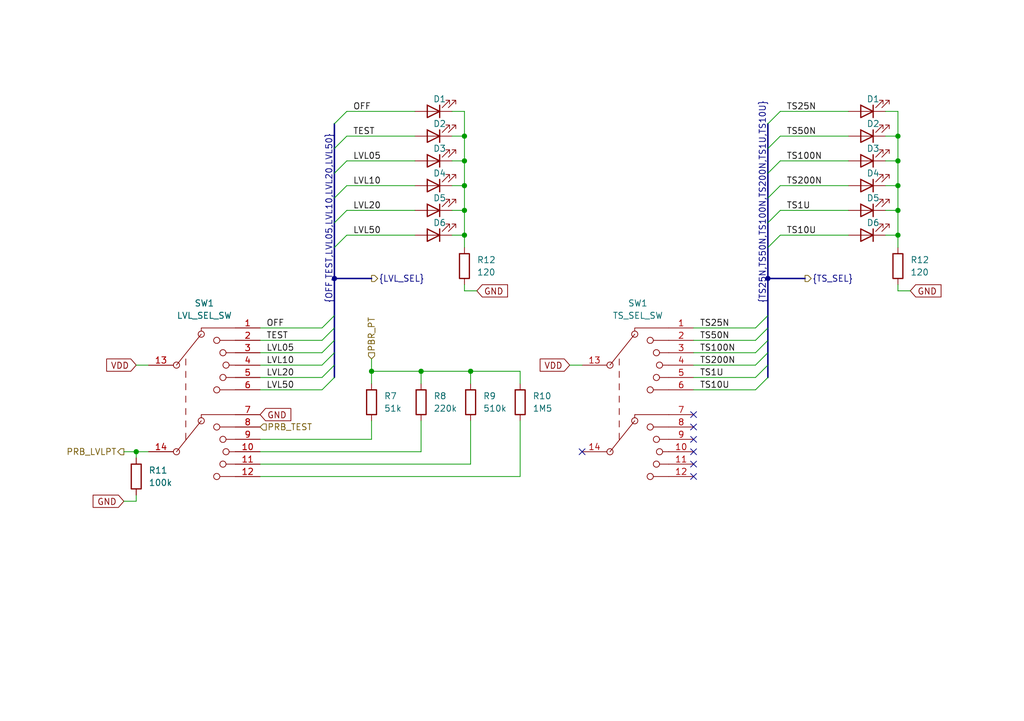
<source format=kicad_sch>
(kicad_sch (version 20230121) (generator eeschema)
  (paper "A5")
  (title_block (date "2024-02-23"))
  (lib_symbols
    (symbol "Device:LED" (pin_numbers hide) (pin_names (offset 1.016) hide)
      (property "Reference" "D" (at 0 2.54 0))
      (property "Value" "LED" (at 0 -2.54 0))
      (symbol "LED_0_1"
        (polyline (pts (xy -1.27 -1.27) (xy -1.27 1.27)) (stroke (width 0.254)))
        (polyline (pts (xy -1.27 0) (xy 1.27 0)))
        (polyline (pts (xy 1.27 -1.27) (xy 1.27 1.27) (xy -1.27 0) (xy 1.27 -1.27)) (stroke (width 0.254)))
        (polyline (pts (xy -3.048 -0.762) (xy -4.572 -2.286) (xy -3.81 -2.286) (xy -4.572 -2.286) (xy -4.572 -1.524)))
        (polyline (pts (xy -1.778 -0.762) (xy -3.302 -2.286) (xy -2.54 -2.286) (xy -3.302 -2.286) (xy -3.302 -1.524)))
      )
      (symbol "LED_1_1"
        (pin passive line (at -3.81 0 0) (length 2.54) (name "K") (number "1"))
        (pin passive line (at 3.81 0 180) (length 2.54) (name "A") (number "2"))
      )
    )
    (symbol "Device:R" (pin_numbers hide) (pin_names (offset 0))
      (property "Reference" "R" (at 2.032 0 90))
      (property "Value" "R" (at 0 0 90))
      (symbol "R_0_1"
        (rectangle (start -1.016 -2.54) (end 1.016 2.54) (stroke (width 0.254)))
      )
      (symbol "R_1_1"
        (pin passive line (at 0 3.81 270) (length 1.27) (name "~") (number "1"))
        (pin passive line (at 0 -3.81 90) (length 1.27) (name "~") (number "2"))
      )
    )
    (symbol "Switch:SW_Rotary2x6" (pin_names (offset 1.016) hide)
      (property "Reference" "SW" (at 0 17.78 0))
      (property "Value" "SW_Rotary2x6" (at 0 -17.78 0))
      (symbol "SW_Rotary2x6_0_0"
        (circle (center -4.445 -10.16) (radius 0.635))
        (circle (center -4.445 7.62) (radius 0.635))
        (polyline (pts (xy -4.445 -10.16) (xy 0.635 -3.81)))
        (polyline (pts (xy -4.445 7.62) (xy 0.635 13.97)))
        (polyline (pts (xy -2.54 -7.62) (xy -2.54 -6.35)))
        (polyline (pts (xy -2.54 -5.08) (xy -2.54 -3.81)))
        (polyline (pts (xy -2.54 -2.54) (xy -2.54 -1.27)))
        (polyline (pts (xy -2.54 0) (xy -2.54 1.27)))
        (polyline (pts (xy -2.54 2.54) (xy -2.54 3.81)))
        (polyline (pts (xy -2.54 5.08) (xy -2.54 6.35)))
        (polyline (pts (xy -2.54 7.62) (xy -2.54 8.89)))
        (polyline (pts (xy 4.445 -5.08) (xy 7.62 -5.08)))
        (polyline (pts (xy 4.445 12.7) (xy 7.62 12.7)))
        (polyline (pts (xy 5.715 -12.7) (xy 7.62 -12.7)))
        (polyline (pts (xy 5.715 -7.62) (xy 7.62 -7.62)))
        (polyline (pts (xy 5.715 5.08) (xy 7.62 5.08)))
        (polyline (pts (xy 5.715 10.16) (xy 7.62 10.16)))
        (polyline (pts (xy 6.35 -10.16) (xy 7.62 -10.16)))
        (polyline (pts (xy 6.35 7.62) (xy 7.62 7.62)))
        (polyline (pts (xy 7.62 -15.24) (xy 4.445 -15.24)))
        (polyline (pts (xy 7.62 2.54) (xy 4.445 2.54)))
        (polyline (pts (xy 0.635 -3.175) (xy 0.635 -2.54) (xy 7.62 -2.54)))
        (polyline (pts (xy 0.635 14.605) (xy 0.635 15.24) (xy 7.62 15.24)))
        (circle (center 0.635 -3.81) (radius 0.635))
        (circle (center 0.635 13.97) (radius 0.635))
        (circle (center 3.81 -15.24) (radius 0.635))
        (circle (center 3.81 -5.08) (radius 0.635))
        (circle (center 3.81 2.54) (radius 0.635))
        (circle (center 3.81 12.7) (radius 0.635))
        (circle (center 5.08 -12.7) (radius 0.635))
        (circle (center 5.08 -7.62) (radius 0.635))
        (circle (center 5.08 5.08) (radius 0.635))
        (circle (center 5.08 10.16) (radius 0.635))
        (circle (center 5.715 -10.16) (radius 0.635))
        (circle (center 5.715 7.62) (radius 0.635))
      )
      (symbol "SW_Rotary2x6_0_1"
        (pin passive line (at 12.7 15.24 180) (length 5.08) (name "1") (number "1"))
        (pin passive line (at 12.7 -10.16 180) (length 5.08) (name "10") (number "10"))
        (pin passive line (at 12.7 -12.7 180) (length 5.08) (name "11") (number "11"))
        (pin passive line (at 12.7 -15.24 180) (length 5.08) (name "12") (number "12"))
        (pin passive line (at -10.16 7.62 0) (length 5.08) (name "13") (number "13"))
        (pin passive line (at -10.16 -10.16 0) (length 5.08) (name "14") (number "14"))
        (pin passive line (at 12.7 12.7 180) (length 5.08) (name "2") (number "2"))
        (pin passive line (at 12.7 10.16 180) (length 5.08) (name "3") (number "3"))
        (pin passive line (at 12.7 7.62 180) (length 5.08) (name "4") (number "4"))
        (pin passive line (at 12.7 5.08 180) (length 5.08) (name "5") (number "5"))
        (pin passive line (at 12.7 2.54 180) (length 5.08) (name "6") (number "6"))
        (pin passive line (at 12.7 -2.54 180) (length 5.08) (name "7") (number "7"))
        (pin passive line (at 12.7 -5.08 180) (length 5.08) (name "8") (number "8"))
        (pin passive line (at 12.7 -7.62 180) (length 5.08) (name "9") (number "9"))
      )
    )
  )
  (bus_alias "LVL_SEL" (members "OFF" "TEST" "LVL05" "LVL10" "LVL20" "LVL50"))
  (bus_alias "TS_SEL" (members "TS25N" "TS50N" "TS100N" "TS200N" "TS1U" "TS10U"))
  (junction (at 86.36 76.2))
  (junction (at 68.58 57.15))
  (junction (at 184.15 33.02))
  (junction (at 96.52 76.2))
  (junction (at 184.15 27.94))
  (junction (at 95.25 43.18))
  (junction (at 95.25 38.1))
  (junction (at 95.25 48.26))
  (junction (at 76.2 76.2))
  (junction (at 95.25 33.02))
  (junction (at 184.15 38.1))
  (junction (at 27.94 92.71))
  (junction (at 157.48 57.15))
  (junction (at 184.15 43.18))
  (junction (at 95.25 27.94))
  (junction (at 184.15 48.26))
  (no_connect (at 142.24 87.63))
  (no_connect (at 142.24 95.25))
  (no_connect (at 142.24 97.79))
  (no_connect (at 119.38 92.71))
  (no_connect (at 142.24 92.71))
  (no_connect (at 142.24 90.17))
  (no_connect (at 142.24 85.09))
  (bus_entry (at 66.04 77.47) (size 2.54 -2.54))
  (bus_entry (at 66.04 69.85) (size 2.54 -2.54))
  (bus_entry (at 157.48 30.48) (size 2.54 -2.54))
  (bus_entry (at 154.94 77.47) (size 2.54 -2.54))
  (bus_entry (at 154.94 74.93) (size 2.54 -2.54))
  (bus_entry (at 154.94 67.31) (size 2.54 -2.54))
  (bus_entry (at 66.04 74.93) (size 2.54 -2.54))
  (bus_entry (at 154.94 69.85) (size 2.54 -2.54))
  (bus_entry (at 66.04 80.01) (size 2.54 -2.54))
  (bus_entry (at 68.58 40.64) (size 2.54 -2.54))
  (bus_entry (at 157.48 25.4) (size 2.54 -2.54))
  (bus_entry (at 66.04 67.31) (size 2.54 -2.54))
  (bus_entry (at 68.58 50.8) (size 2.54 -2.54))
  (bus_entry (at 68.58 30.48) (size 2.54 -2.54))
  (bus_entry (at 157.48 45.72) (size 2.54 -2.54))
  (bus_entry (at 68.58 45.72) (size 2.54 -2.54))
  (bus_entry (at 66.04 72.39) (size 2.54 -2.54))
  (bus_entry (at 154.94 72.39) (size 2.54 -2.54))
  (bus_entry (at 157.48 40.64) (size 2.54 -2.54))
  (bus_entry (at 68.58 25.4) (size 2.54 -2.54))
  (bus_entry (at 157.48 50.8) (size 2.54 -2.54))
  (bus_entry (at 157.48 35.56) (size 2.54 -2.54))
  (bus_entry (at 68.58 35.56) (size 2.54 -2.54))
  (bus_entry (at 154.94 80.01) (size 2.54 -2.54))
  (wire (pts (xy 97.79 59.69) (xy 95.25 59.69)))
  (wire (pts (xy 53.34 72.39) (xy 66.04 72.39)))
  (bus (pts (xy 157.48 50.8) (xy 157.48 57.15)))
  (wire (pts (xy 160.02 27.94) (xy 173.99 27.94)))
  (wire (pts (xy 92.71 48.26) (xy 95.25 48.26)))
  (wire (pts (xy 53.34 74.93) (xy 66.04 74.93)))
  (wire (pts (xy 142.24 80.01) (xy 154.94 80.01)))
  (wire (pts (xy 184.15 38.1) (xy 184.15 33.02)))
  (wire (pts (xy 86.36 92.71) (xy 53.34 92.71)))
  (bus (pts (xy 157.48 45.72) (xy 157.48 50.8)))
  (bus (pts (xy 157.48 72.39) (xy 157.48 69.85)))
  (wire (pts (xy 184.15 43.18) (xy 181.61 43.18)))
  (wire (pts (xy 160.02 48.26) (xy 173.99 48.26)))
  (wire (pts (xy 184.15 48.26) (xy 184.15 43.18)))
  (bus (pts (xy 157.48 57.15) (xy 165.1 57.15)))
  (wire (pts (xy 142.24 69.85) (xy 154.94 69.85)))
  (wire (pts (xy 76.2 90.17) (xy 76.2 86.36)))
  (wire (pts (xy 71.12 27.94) (xy 85.09 27.94)))
  (wire (pts (xy 53.34 95.25) (xy 96.52 95.25)))
  (wire (pts (xy 96.52 76.2) (xy 106.68 76.2)))
  (bus (pts (xy 157.48 30.48) (xy 157.48 35.56)))
  (bus (pts (xy 157.48 69.85) (xy 157.48 67.31)))
  (wire (pts (xy 71.12 38.1) (xy 85.09 38.1)))
  (bus (pts (xy 68.58 67.31) (xy 68.58 64.77)))
  (wire (pts (xy 160.02 43.18) (xy 173.99 43.18)))
  (wire (pts (xy 184.15 33.02) (xy 184.15 27.94)))
  (wire (pts (xy 142.24 74.93) (xy 154.94 74.93)))
  (wire (pts (xy 71.12 33.02) (xy 85.09 33.02)))
  (wire (pts (xy 53.34 80.01) (xy 66.04 80.01)))
  (bus (pts (xy 68.58 30.48) (xy 68.58 35.56)))
  (wire (pts (xy 95.25 38.1) (xy 95.25 33.02)))
  (wire (pts (xy 184.15 22.86) (xy 181.61 22.86)))
  (wire (pts (xy 142.24 67.31) (xy 154.94 67.31)))
  (wire (pts (xy 53.34 77.47) (xy 66.04 77.47)))
  (wire (pts (xy 160.02 33.02) (xy 173.99 33.02)))
  (wire (pts (xy 53.34 69.85) (xy 66.04 69.85)))
  (wire (pts (xy 96.52 95.25) (xy 96.52 86.36)))
  (bus (pts (xy 68.58 57.15) (xy 68.58 64.77)))
  (wire (pts (xy 116.84 74.93) (xy 119.38 74.93)))
  (bus (pts (xy 68.58 35.56) (xy 68.58 40.64)))
  (wire (pts (xy 95.25 43.18) (xy 92.71 43.18)))
  (bus (pts (xy 68.58 25.4) (xy 68.58 30.48)))
  (wire (pts (xy 160.02 38.1) (xy 173.99 38.1)))
  (wire (pts (xy 27.94 74.93) (xy 30.48 74.93)))
  (bus (pts (xy 68.58 72.39) (xy 68.58 69.85)))
  (wire (pts (xy 142.24 77.47) (xy 154.94 77.47)))
  (wire (pts (xy 76.2 73.66) (xy 76.2 76.2)))
  (wire (pts (xy 184.15 27.94) (xy 181.61 27.94)))
  (wire (pts (xy 95.25 27.94) (xy 92.71 27.94)))
  (wire (pts (xy 96.52 76.2) (xy 96.52 78.74)))
  (wire (pts (xy 184.15 38.1) (xy 181.61 38.1)))
  (bus (pts (xy 68.58 74.93) (xy 68.58 72.39)))
  (wire (pts (xy 95.25 43.18) (xy 95.25 38.1)))
  (wire (pts (xy 53.34 90.17) (xy 76.2 90.17)))
  (wire (pts (xy 76.2 76.2) (xy 86.36 76.2)))
  (wire (pts (xy 184.15 43.18) (xy 184.15 38.1)))
  (wire (pts (xy 71.12 22.86) (xy 85.09 22.86)))
  (wire (pts (xy 95.25 33.02) (xy 95.25 27.94)))
  (bus (pts (xy 68.58 50.8) (xy 68.58 57.15)))
  (wire (pts (xy 53.34 67.31) (xy 66.04 67.31)))
  (wire (pts (xy 27.94 92.71) (xy 27.94 93.98)))
  (bus (pts (xy 157.48 67.31) (xy 157.48 64.77)))
  (wire (pts (xy 184.15 33.02) (xy 181.61 33.02)))
  (wire (pts (xy 184.15 59.69) (xy 184.15 58.42)))
  (wire (pts (xy 86.36 76.2) (xy 96.52 76.2)))
  (bus (pts (xy 157.48 35.56) (xy 157.48 40.64)))
  (wire (pts (xy 95.25 38.1) (xy 92.71 38.1)))
  (wire (pts (xy 106.68 97.79) (xy 53.34 97.79)))
  (bus (pts (xy 68.58 69.85) (xy 68.58 67.31)))
  (wire (pts (xy 160.02 22.86) (xy 173.99 22.86)))
  (wire (pts (xy 106.68 76.2) (xy 106.68 78.74)))
  (wire (pts (xy 184.15 50.8) (xy 184.15 48.26)))
  (wire (pts (xy 95.25 33.02) (xy 92.71 33.02)))
  (wire (pts (xy 106.68 86.36) (xy 106.68 97.79)))
  (wire (pts (xy 95.25 59.69) (xy 95.25 58.42)))
  (wire (pts (xy 181.61 48.26) (xy 184.15 48.26)))
  (wire (pts (xy 142.24 72.39) (xy 154.94 72.39)))
  (bus (pts (xy 68.58 45.72) (xy 68.58 50.8)))
  (wire (pts (xy 95.25 50.8) (xy 95.25 48.26)))
  (wire (pts (xy 86.36 86.36) (xy 86.36 92.71)))
  (wire (pts (xy 27.94 92.71) (xy 30.48 92.71)))
  (bus (pts (xy 157.48 25.4) (xy 157.48 30.48)))
  (wire (pts (xy 25.4 102.87) (xy 27.94 102.87)))
  (wire (pts (xy 25.4 92.71) (xy 27.94 92.71)))
  (bus (pts (xy 68.58 40.64) (xy 68.58 45.72)))
  (wire (pts (xy 76.2 76.2) (xy 76.2 78.74)))
  (bus (pts (xy 157.48 40.64) (xy 157.48 45.72)))
  (bus (pts (xy 157.48 74.93) (xy 157.48 72.39)))
  (wire (pts (xy 95.25 22.86) (xy 92.71 22.86)))
  (bus (pts (xy 157.48 57.15) (xy 157.48 64.77)))
  (wire (pts (xy 95.25 48.26) (xy 95.25 43.18)))
  (bus (pts (xy 157.48 77.47) (xy 157.48 74.93)))
  (wire (pts (xy 184.15 27.94) (xy 184.15 22.86)))
  (wire (pts (xy 86.36 76.2) (xy 86.36 78.74)))
  (bus (pts (xy 68.58 57.15) (xy 76.2 57.15)))
  (wire (pts (xy 71.12 48.26) (xy 85.09 48.26)))
  (wire (pts (xy 184.15 59.69) (xy 186.69 59.69)))
  (bus (pts (xy 68.58 77.47) (xy 68.58 74.93)))
  (wire (pts (xy 27.94 102.87) (xy 27.94 101.6)))
  (wire (pts (xy 95.25 27.94) (xy 95.25 22.86)))
  (wire (pts (xy 71.12 43.18) (xy 85.09 43.18)))
  (label "TS1U" (at 143.51 77.47 0))
  (label "{OFF,TEST,LVL05,LVL10,LVL20,LVL50}" (at 68.58 62.23 90))
  (label "OFF" (at 54.61 67.31 0))
  (label "TEST" (at 54.61 69.85 0))
  (label "TS50N" (at 143.51 69.85 0))
  (label "{TS25N,TS50N,TS100N,TS200N,TS1U,TS10U}" (at 157.48 62.23 90))
  (label "TEST" (at 72.39 27.94 0))
  (label "TS1U" (at 161.29 43.18 0))
  (label "LVL10" (at 54.61 74.93 0))
  (label "LVL50" (at 54.61 80.01 0))
  (label "TS200N" (at 161.29 38.1 0))
  (label "LVL20" (at 54.61 77.47 0))
  (label "LVL10" (at 72.39 38.1 0))
  (label "TS10U" (at 143.51 80.01 0))
  (label "TS25N" (at 161.29 22.86 0))
  (label "LVL20" (at 72.39 43.18 0))
  (label "OFF" (at 72.39 22.86 0))
  (label "TS200N" (at 143.51 74.93 0))
  (label "LVL05" (at 72.39 33.02 0))
  (label "TS50N" (at 161.29 27.94 0))
  (label "TS25N" (at 143.51 67.31 0))
  (label "TS10U" (at 161.29 48.26 0))
  (label "TS100N" (at 143.51 72.39 0))
  (label "LVL05" (at 54.61 72.39 0))
  (label "LVL50" (at 72.39 48.26 0))
  (label "TS100N" (at 161.29 33.02 0))
  (global_label "GND" (shape input) (at 97.79 59.69 0) (property "Intersheetrefs" "${INTERSHEET_REFS}" (effects hide)))
  (global_label "GND" (shape input) (at 186.69 59.69 0) (property "Intersheetrefs" "${INTERSHEET_REFS}" (effects hide)))
  (global_label "GND" (shape input) (at 25.4 102.87 180) (property "Intersheetrefs" "${INTERSHEET_REFS}" (effects hide)))
  (global_label "VDD" (shape input) (at 27.94 74.93 180) (property "Intersheetrefs" "${INTERSHEET_REFS}" (effects hide)))
  (global_label "VDD" (shape input) (at 116.84 74.93 180) (property "Intersheetrefs" "${INTERSHEET_REFS}" (effects hide)))
  (global_label "GND" (shape input) (at 53.34 85.09 0) (property "Intersheetrefs" "${INTERSHEET_REFS}" (effects hide)))
  (hierarchical_label "PRB_TEST" (shape input) (at 53.34 87.63 0))
  (hierarchical_label "{TS_SEL}" (shape output) (at 165.1 57.15 0))
  (hierarchical_label "{LVL_SEL}" (shape output) (at 76.2 57.15 0))
  (hierarchical_label "PBR_PT" (shape input) (at 76.2 73.66 90))
  (hierarchical_label "PRB_LVLPT" (shape output) (at 25.4 92.71 180))
  (symbol (lib_id "Device:R") (at 95.25 54.61 0) (unit 1)
    (property "Reference" "R12" (at 97.79 53.34 0) (effects (justify left)))
    (property "Value" "120" (at 97.79 55.88 0) (effects (justify left)))
    (instances (project "xillinx_vga" (path "" (reference "R12") (unit 1)) (path "" (reference "R13") (unit 1))))
  )
  (symbol (lib_id "Device:LED") (at 88.9 38.1 180) (unit 1)
    (property "Reference" "D4" (at 90.17 35.56 0))
    (property "Value" "LED" (effects hide))
  )
  (symbol (lib_id "Switch:SW_Rotary2x6") (at 40.64 82.55 0) (unit 1)
    (property "Reference" "SW1" (at 41.91 62.23 0))
    (property "Value" "LVL_SEL_SW" (at 41.91 64.77 0))
    (property "Datasheet" "http://cdn-reichelt.de/documents/datenblatt/C200/DS-Serie%23LOR.pdf" (effects hide))
  )
  (symbol (lib_id "Device:LED") (at 88.9 22.86 180) (unit 1)
    (property "Reference" "D1" (at 90.17 20.32 0))
    (property "Value" "LED" (effects hide))
  )
  (symbol (lib_id "Device:LED") (at 177.8 27.94 180) (unit 1)
    (property "Reference" "D2" (at 179.07 25.4 0))
    (property "Value" "LED" (effects hide))
    (instances (project "xillinx_vga" (path "" (reference "D2") (unit 1)) (path "" (reference "D8") (unit 1))))
  )
  (symbol (lib_id "Device:LED") (at 88.9 43.18 180) (unit 1)
    (property "Reference" "D5" (at 90.17 40.64 0))
    (property "Value" "LED" (effects hide))
  )
  (symbol (lib_id "Device:R") (at 76.2 82.55 0) (unit 1)
    (property "Reference" "R7" (at 78.74 81.28 0) (effects (justify left)))
    (property "Value" "51k" (at 78.74 83.82 0) (effects (justify left)))
    (instances (project "xillinx_vga" (path "" (reference "R7") (unit 1)) (path "" (reference "R9") (unit 1))))
  )
  (symbol (lib_id "Device:LED") (at 88.9 33.02 180) (unit 1)
    (property "Reference" "D3" (at 90.17 30.48 0))
    (property "Value" "LED" (effects hide))
  )
  (symbol (lib_id "Switch:SW_Rotary2x6") (at 129.54 82.55 0) (unit 1)
    (property "Reference" "SW1" (at 130.81 62.23 0))
    (property "Value" "TS_SEL_SW" (at 130.81 64.77 0))
    (property "Datasheet" "http://cdn-reichelt.de/documents/datenblatt/C200/DS-Serie%23LOR.pdf" (effects hide))
    (instances (project "xillinx_vga" (path "" (reference "SW1") (unit 1)) (path "" (reference "SW2") (unit 1))))
  )
  (symbol (lib_id "Device:LED") (at 177.8 33.02 180) (unit 1)
    (property "Reference" "D3" (at 179.07 30.48 0))
    (property "Value" "LED" (effects hide))
    (instances (project "xillinx_vga" (path "" (reference "D3") (unit 1)) (path "" (reference "D9") (unit 1))))
  )
  (symbol (lib_id "Device:LED") (at 88.9 27.94 180) (unit 1)
    (property "Reference" "D2" (at 90.17 25.4 0))
    (property "Value" "LED" (effects hide))
  )
  (symbol (lib_id "Device:R") (at 27.94 97.79 0) (unit 1)
    (property "Reference" "R11" (at 30.48 96.52 0) (effects (justify left)))
    (property "Value" "100k" (at 30.48 99.06 0) (effects (justify left)))
    (instances (project "xillinx_vga" (path "" (reference "R11") (unit 1)) (path "" (reference "R8") (unit 1))))
  )
  (symbol (lib_id "Device:R") (at 96.52 82.55 0) (unit 1)
    (property "Reference" "R9" (at 99.06 81.28 0) (effects (justify left)))
    (property "Value" "510k" (at 99.06 83.82 0) (effects (justify left)))
    (instances (project "xillinx_vga" (path "" (reference "R9") (unit 1)) (path "" (reference "R11") (unit 1))))
  )
  (symbol (lib_id "Device:R") (at 86.36 82.55 0) (unit 1)
    (property "Reference" "R8" (at 88.9 81.28 0) (effects (justify left)))
    (property "Value" "220k" (at 88.9 83.82 0) (effects (justify left)))
    (instances (project "xillinx_vga" (path "" (reference "R8") (unit 1)) (path "" (reference "R10") (unit 1))))
  )
  (symbol (lib_id "Device:LED") (at 177.8 43.18 180) (unit 1)
    (property "Reference" "D5" (at 179.07 40.64 0))
    (property "Value" "LED" (effects hide))
    (instances (project "xillinx_vga" (path "" (reference "D5") (unit 1)) (path "" (reference "D11") (unit 1))))
  )
  (symbol (lib_id "Device:LED") (at 88.9 48.26 180) (unit 1)
    (property "Reference" "D6" (at 90.17 45.72 0))
    (property "Value" "LED" (effects hide))
  )
  (symbol (lib_id "Device:LED") (at 177.8 22.86 180) (unit 1)
    (property "Reference" "D1" (at 179.07 20.32 0))
    (property "Value" "LED" (effects hide))
    (instances (project "xillinx_vga" (path "" (reference "D1") (unit 1)) (path "" (reference "D7") (unit 1))))
  )
  (symbol (lib_id "Device:LED") (at 177.8 48.26 180) (unit 1)
    (property "Reference" "D6" (at 179.07 45.72 0))
    (property "Value" "LED" (effects hide))
    (instances (project "xillinx_vga" (path "" (reference "D6") (unit 1)) (path "" (reference "D12") (unit 1))))
  )
  (symbol (lib_id "Device:R") (at 106.68 82.55 0) (unit 1)
    (property "Reference" "R10" (at 109.22 81.28 0) (effects (justify left)))
    (property "Value" "1M5" (at 109.22 83.82 0) (effects (justify left)))
    (instances (project "xillinx_vga" (path "" (reference "R10") (unit 1)) (path "" (reference "R12") (unit 1))))
  )
  (symbol (lib_id "Device:LED") (at 177.8 38.1 180) (unit 1)
    (property "Reference" "D4" (at 179.07 35.56 0))
    (property "Value" "LED" (effects hide))
    (instances (project "xillinx_vga" (path "" (reference "D4") (unit 1)) (path "" (reference "D10") (unit 1))))
  )
  (symbol (lib_id "Device:R") (at 184.15 54.61 0) (unit 1)
    (property "Reference" "R12" (at 186.69 53.34 0) (effects (justify left)))
    (property "Value" "120" (at 186.69 55.88 0) (effects (justify left)))
    (instances (project "xillinx_vga" (path "" (reference "R12") (unit 1)) (path "" (reference "R14") (unit 1))))
  )
)
</source>
